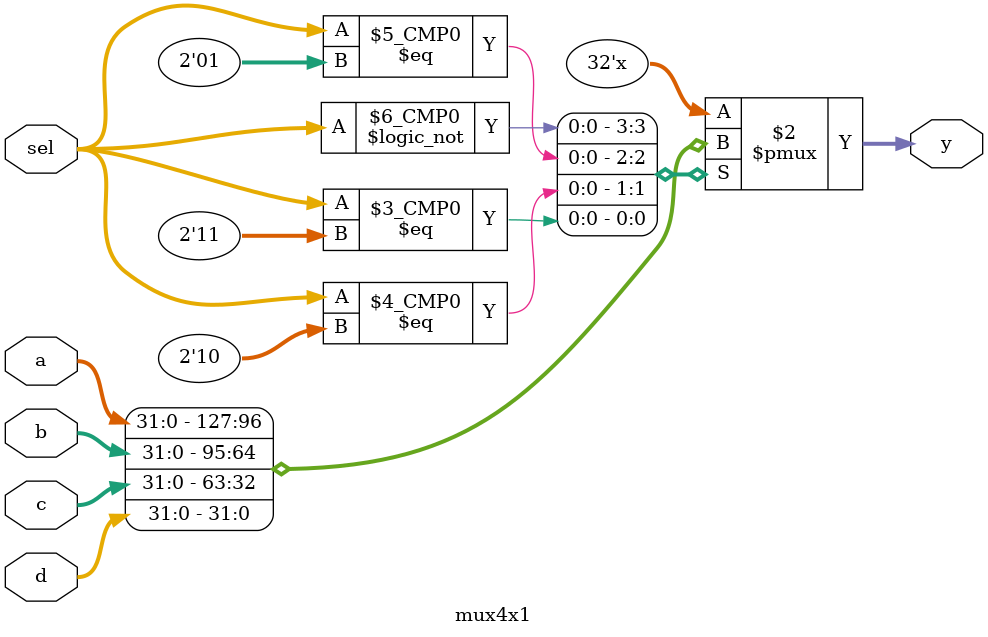
<source format=v>
module mux4x1(input [1:0]sel, input [31:0]a, input [31:0]b, input [31:0]c, input [31:0]d, output reg [31:0]y);

    always@(*)begin
        case(sel)
        2'b00: y=a;
        2'b01: y=b;
        2'b10: y=c;
        2'b11: y=d;
        endcase
    end
    
endmodule
</source>
